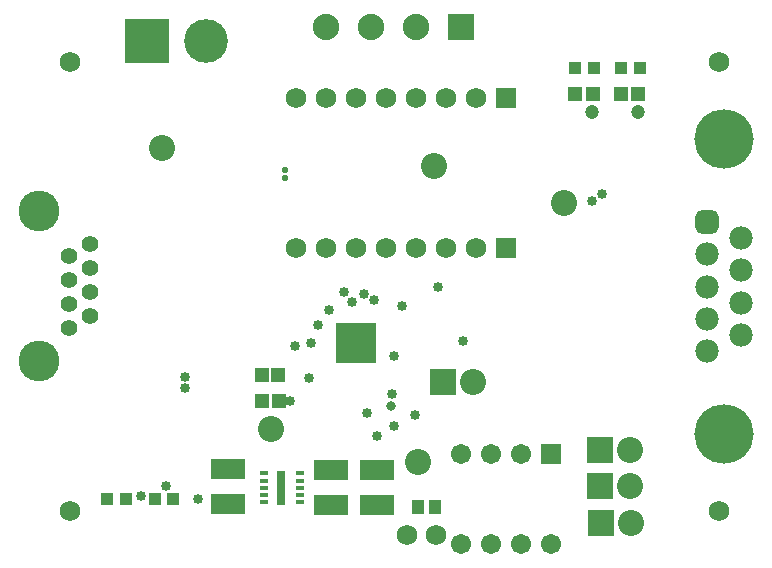
<source format=gts>
G04 Layer_Color=20142*
%FSLAX24Y24*%
%MOIN*%
G70*
G01*
G75*
%ADD80R,0.0276X0.1142*%
%ADD81R,0.0256X0.0118*%
%ADD82R,0.1339X0.1319*%
%ADD83R,0.1182X0.0671*%
%ADD84R,0.0474X0.0513*%
%ADD85R,0.0493X0.0474*%
%ADD86R,0.0395X0.0395*%
%ADD87R,0.0434X0.0493*%
%ADD88C,0.0680*%
%ADD89C,0.0552*%
%ADD90C,0.1360*%
%ADD91C,0.0671*%
%ADD92R,0.0671X0.0671*%
%ADD93C,0.0780*%
G04:AMPARAMS|DCode=94|XSize=78mil|YSize=78mil|CornerRadius=21.5mil|HoleSize=0mil|Usage=FLASHONLY|Rotation=90.000|XOffset=0mil|YOffset=0mil|HoleType=Round|Shape=RoundedRectangle|*
%AMROUNDEDRECTD94*
21,1,0.0780,0.0350,0,0,90.0*
21,1,0.0350,0.0780,0,0,90.0*
1,1,0.0430,0.0175,0.0175*
1,1,0.0430,0.0175,-0.0175*
1,1,0.0430,-0.0175,-0.0175*
1,1,0.0430,-0.0175,0.0175*
%
%ADD94ROUNDEDRECTD94*%
%ADD95C,0.1980*%
%ADD96R,0.0680X0.0680*%
%ADD97C,0.0867*%
%ADD98R,0.0867X0.0867*%
%ADD99C,0.1458*%
%ADD100R,0.1458X0.1458*%
%ADD101C,0.0880*%
%ADD102R,0.0880X0.0880*%
%ADD103C,0.0336*%
%ADD104C,0.0332*%
%ADD105C,0.0474*%
%ADD106C,0.0316*%
%ADD107C,0.0218*%
D80*
X12942Y28740D02*
D03*
D81*
X13593Y29213D02*
D03*
Y28976D02*
D03*
Y28740D02*
D03*
Y28504D02*
D03*
Y28268D02*
D03*
X12392D02*
D03*
Y28504D02*
D03*
Y28740D02*
D03*
Y28976D02*
D03*
Y29213D02*
D03*
D82*
X15453Y33573D02*
D03*
D83*
X11201Y29370D02*
D03*
Y28189D02*
D03*
X14606Y28150D02*
D03*
Y29331D02*
D03*
X16142Y28150D02*
D03*
Y29331D02*
D03*
D84*
X24841Y41849D02*
D03*
X24290D02*
D03*
X12867Y32492D02*
D03*
X12315D02*
D03*
X12878Y31629D02*
D03*
X12326D02*
D03*
D85*
X22750Y41849D02*
D03*
X23340D02*
D03*
D86*
X23378Y42722D02*
D03*
X22748D02*
D03*
X24910Y42731D02*
D03*
X24280D02*
D03*
X9370Y28346D02*
D03*
X8740D02*
D03*
X7795D02*
D03*
X7165D02*
D03*
D87*
X17506Y28084D02*
D03*
X18077D02*
D03*
D88*
X5906Y27953D02*
D03*
X27559Y42913D02*
D03*
X5906D02*
D03*
X27559Y27953D02*
D03*
X19472Y41732D02*
D03*
X18472D02*
D03*
X17472D02*
D03*
X16472D02*
D03*
X15472D02*
D03*
X14472D02*
D03*
X13472D02*
D03*
X19472Y36732D02*
D03*
X18472D02*
D03*
X17472D02*
D03*
X16472D02*
D03*
X15472D02*
D03*
X14472D02*
D03*
X13472D02*
D03*
X18106Y27165D02*
D03*
X17165D02*
D03*
D89*
X5882Y36457D02*
D03*
X6583Y36059D02*
D03*
X5882Y35657D02*
D03*
X6583Y35260D02*
D03*
Y36858D02*
D03*
X5882Y34858D02*
D03*
X6583Y34461D02*
D03*
X5882Y34063D02*
D03*
D90*
X4882Y37961D02*
D03*
Y32961D02*
D03*
D91*
X18972Y26846D02*
D03*
X19972D02*
D03*
X20972D02*
D03*
X21972D02*
D03*
X18972Y29846D02*
D03*
X19972D02*
D03*
X20972D02*
D03*
D92*
X21972D02*
D03*
D93*
X28285Y37058D02*
D03*
Y35978D02*
D03*
Y34898D02*
D03*
Y33818D02*
D03*
X27165Y36518D02*
D03*
Y35438D02*
D03*
Y34358D02*
D03*
Y33278D02*
D03*
D94*
Y37598D02*
D03*
D95*
X27725Y30518D02*
D03*
Y40358D02*
D03*
D96*
X20472Y41732D02*
D03*
Y36732D02*
D03*
D97*
X24622Y27559D02*
D03*
X24583Y29980D02*
D03*
X24602Y28780D02*
D03*
X19346Y32264D02*
D03*
X8980Y40043D02*
D03*
X18051Y39444D02*
D03*
X17534Y29596D02*
D03*
X12618Y30709D02*
D03*
X22387Y38224D02*
D03*
D98*
X23622Y27559D02*
D03*
X23583Y29980D02*
D03*
X23602Y28780D02*
D03*
X18346Y32264D02*
D03*
D99*
X10447Y43613D02*
D03*
D100*
X8479D02*
D03*
D101*
X14447Y44094D02*
D03*
X15947D02*
D03*
X17447D02*
D03*
D102*
X18947D02*
D03*
D103*
X16731Y30784D02*
D03*
X16142Y30474D02*
D03*
X18191Y35436D02*
D03*
X13954Y33555D02*
D03*
X16711Y33119D02*
D03*
X23652Y38529D02*
D03*
X10198Y28365D02*
D03*
X19027Y33611D02*
D03*
X16996Y34809D02*
D03*
X13415Y33459D02*
D03*
X13898Y32404D02*
D03*
X13246Y31622D02*
D03*
X17408Y31167D02*
D03*
X14190Y34163D02*
D03*
X23338Y38287D02*
D03*
X9117Y28799D02*
D03*
X8287Y28465D02*
D03*
X15728Y35207D02*
D03*
X15837Y31211D02*
D03*
X16644Y31850D02*
D03*
X15315Y34911D02*
D03*
X15896Y34006D02*
D03*
X15463D02*
D03*
X15030D02*
D03*
X15896Y33573D02*
D03*
X15463D02*
D03*
X15030D02*
D03*
X15896Y33140D02*
D03*
X15463D02*
D03*
X15030D02*
D03*
X14567Y34656D02*
D03*
X15069Y35256D02*
D03*
X16053Y34980D02*
D03*
D104*
X9750Y32044D02*
D03*
X9754Y32411D02*
D03*
D105*
X23326Y41276D02*
D03*
X24845Y41255D02*
D03*
D106*
X16634Y31457D02*
D03*
D107*
X13103Y39311D02*
D03*
X13081Y39055D02*
D03*
M02*

</source>
